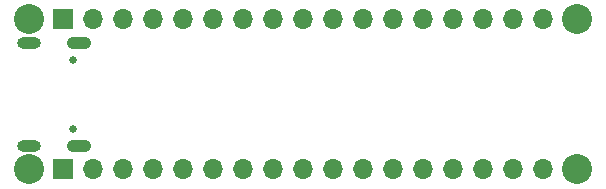
<source format=gbs>
G04 #@! TF.GenerationSoftware,KiCad,Pcbnew,(6.0.5)*
G04 #@! TF.CreationDate,2022-08-14T17:30:35+10:00*
G04 #@! TF.ProjectId,ESP32 PicoDev,45535033-3220-4506-9963-6f4465762e6b,rev?*
G04 #@! TF.SameCoordinates,Original*
G04 #@! TF.FileFunction,Soldermask,Bot*
G04 #@! TF.FilePolarity,Negative*
%FSLAX46Y46*%
G04 Gerber Fmt 4.6, Leading zero omitted, Abs format (unit mm)*
G04 Created by KiCad (PCBNEW (6.0.5)) date 2022-08-14 17:30:35*
%MOMM*%
%LPD*%
G01*
G04 APERTURE LIST*
%ADD10C,0.650000*%
%ADD11O,2.100000X1.050000*%
%ADD12O,2.000000X1.000000*%
%ADD13C,2.540000*%
%ADD14R,1.700000X1.700000*%
%ADD15O,1.700000X1.700000*%
G04 APERTURE END LIST*
D10*
X129136000Y-88825000D03*
X129136000Y-94605000D03*
D11*
X129636000Y-87395000D03*
D12*
X125456000Y-87395000D03*
X125456000Y-96035000D03*
D11*
X129636000Y-96035000D03*
D13*
X171811000Y-98065000D03*
X125456000Y-85365000D03*
X171811000Y-85365000D03*
X125456000Y-98065000D03*
D14*
X128300800Y-85339600D03*
D15*
X130840800Y-85339600D03*
X133380800Y-85339600D03*
X135920800Y-85339600D03*
X138460800Y-85339600D03*
X141000800Y-85339600D03*
X143540800Y-85339600D03*
X146080800Y-85339600D03*
X148620800Y-85339600D03*
X151160800Y-85339600D03*
X153700800Y-85339600D03*
X156240800Y-85339600D03*
X158780800Y-85339600D03*
X161320800Y-85339600D03*
X163860800Y-85339600D03*
X166400800Y-85339600D03*
X168940800Y-85339600D03*
D14*
X128300800Y-98039600D03*
D15*
X130840800Y-98039600D03*
X133380800Y-98039600D03*
X135920800Y-98039600D03*
X138460800Y-98039600D03*
X141000800Y-98039600D03*
X143540800Y-98039600D03*
X146080800Y-98039600D03*
X148620800Y-98039600D03*
X151160800Y-98039600D03*
X153700800Y-98039600D03*
X156240800Y-98039600D03*
X158780800Y-98039600D03*
X161320800Y-98039600D03*
X163860800Y-98039600D03*
X166400800Y-98039600D03*
X168940800Y-98039600D03*
M02*

</source>
